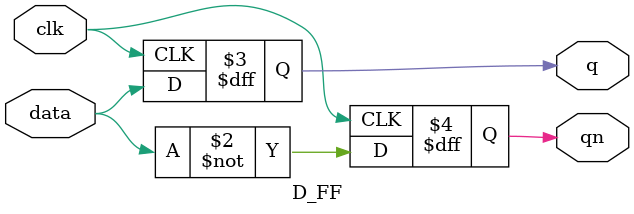
<source format=v>
`timescale 1ns / 1ps

module D_FF(data,clk,q,qn);
    input clk,data;
    output reg q,qn;
    
    always @ (negedge clk)
    begin
    q=data;
    qn=~data;
    end 
endmodule

</source>
